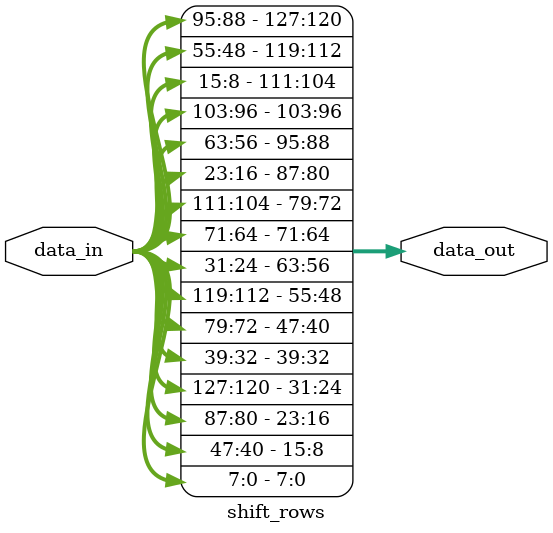
<source format=v>
`timescale 1ns / 1ps


module shift_rows(
    input [127:0] data_in,
    output [127:0] data_out
    );

    // first row
    assign data_out[7:0] = data_in[7:0];
    assign data_out[39:32] = data_in[39:32];
    assign data_out[71:64] = data_in[71:64];
    assign data_out[103:96] = data_in[103:96];

    // second row
    assign data_out[15:8] = data_in[47:40];
    assign data_out[47:40] = data_in[79:72];
    assign data_out[79:72] = data_in[111:104];
    assign data_out[111:104] = data_in[15:8];

    // third row
    assign data_out[23:16] = data_in[87:80];
    assign data_out[55:48] = data_in[119:112];
    assign data_out[87:80] = data_in[23:16];
    assign data_out[119:112] = data_in[55:48];

    // fourth row
    assign data_out[31:24] = data_in[127:120];
    assign data_out[63:56] = data_in[31:24];
    assign data_out[95:88] = data_in[63:56];
    assign data_out[127:120] = data_in[95:88];
endmodule

</source>
